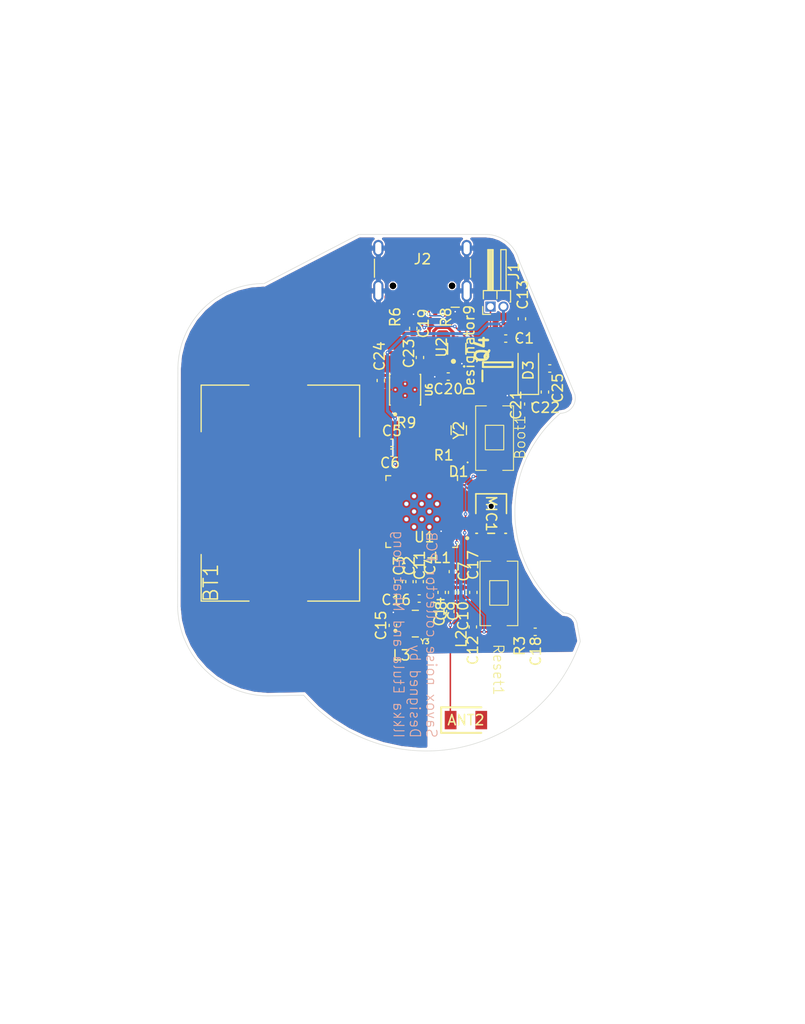
<source format=kicad_pcb>
(kicad_pcb (version 20240108) (generator "pcbnew") (generator_version "8.0")
  (layers (0 "F.Cu" signal) (1 "In1.Cu" signal) (2 "In2.Cu" signal) (31 "B.Cu" signal) (34 "B.Paste" user) (35 "F.Paste" user) (36 "B.SilkS" user "B.Silkscreen") (37 "F.SilkS" user "F.Silkscreen") (38 "B.Mask" user) (39 "F.Mask" user) (44 "Edge.Cuts" user))
  (net 0 "")
  (net 1 "/3V3")
  (net 2 "GND")
  (net 3 "Net-(U1-VDD_SPI)")
  (net 4 "/VDD3P3")
  (net 5 "/RESET")
  (net 6 "/ANT")
  (net 7 "Net-(C15-Pad1)")
  (net 8 "Net-(U1-XTAL_P)")
  (net 9 "Net-(U2-OUT)")
  (net 10 "Net-(D1-A)")
  (net 11 "Net-(D3-A)")
  (net 12 "Net-(J2-CC1)")
  (net 13 "/D+")
  (net 14 "/D-")
  (net 16 "Net-(J2-CC2)")
  (net 19 "/MCO")
  (net 20 "/VIB")
  (net 21 "/LED")
  (net 22 "Net-(U1-XTAL_N)")
  (net 27 "unconnected-(U2-Thermal_Pad-Pad5)")
  (net 28 "/IO0")
  (net 34 "Net-(ANT2-FEED)")
  (net 63 "/5V")
  (net 64 "Net-(U1-XTAL_32K_P)")
  (net 65 "Net-(U1-XTAL_32K_N)")
  (net 66 "Net-(U6-ILIM)")
  (net 67 "Net-(U6-IN1)")
  (footprint "Capacitor_SMD:C_0402_1005Metric" (layer "F.Cu") (at 162.825 109.725 90)
    (property "Reference" "C14")
    (property "Value" "0.62p")
  )
  (footprint "SamacSys_Parts:SON65P300X300X100-9N" (layer "F.Cu") (at 158.4 88.05 90)
    (property "Reference" "U6")
    (property "Value" "TPS2113ADRBR")
  )
  (footprint "Resistor_SMD:R_0201_0603Metric" (layer "F.Cu") (at 169.45 111.7)
    (property "Reference" "R3")
    (property "Value" "10k")
  )
  (footprint "LED_SMD:LED_0201_0603Metric" (layer "F.Cu") (at 163.655 95.15 180)
    (property "Reference" "D1")
    (property "Value" "LED")
  )
  (footprint "Capacitor_SMD:C_0402_1005Metric" (layer "F.Cu") (at 157.775 106.8 -90)
    (property "Reference" "C3")
    (property "Value" "100n")
  )
  (footprint "Capacitor_SMD:C_0402_1005Metric" (layer "F.Cu") (at 160.85 106.8 -90)
    (property "Reference" "C4")
    (property "Value" "1u")
  )
  (footprint "Capacitor_SMD:C_0402_1005Metric" (layer "F.Cu") (at 163 107.85 -90)
    (property "Reference" "C9")
    (property "Value" "1u")
  )
  (footprint "Capacitor_SMD:C_0402_1005Metric" (layer "F.Cu") (at 172.075 88.275 -90)
    (property "Reference" "C22")
    (property "Value" "10u")
  )
  (footprint "Capacitor_SMD:C_0402_1005Metric" (layer "F.Cu") (at 162.62 86.7625 180)
    (property "Reference" "C20")
    (property "Value" "10u")
  )
  (footprint "CC7V-T1A-32.768KHZ-9PF-20PPM-TA-QC:XTAL_CC7V-T1A-32.768KHZ-9PF-20PPM-TA-QC" (layer "F.Cu") (at 163.65 92 90)
    (property "Reference" "Y2")
    (property "Value" "CC7V-T1A-32.768KHZ-9PF-20PPM-TA-QC")
  )
  (footprint "Capacitor_SMD:C_0402_1005Metric" (layer "F.Cu") (at 163.075 105.82 -90)
    (property "Reference" "C7")
    (property "Value" "100n")
  )
  (footprint "Capacitor_SMD:C_0402_1005Metric" (layer "F.Cu") (at 159.85 84.9 90)
    (property "Reference" "C23")
    (property "Value" "100n")
  )
  (footprint "Connector_USB:USB_C_Receptacle_HCTL_HC-TYPE-C-16P-01A" (layer "F.Cu") (at 160.1 75.29 180)
    (property "Reference" "J2")
    (property "Value" "USB_C_Receptacle_USB2.0_16P")
  )
  (footprint "ESP32-S3:IC_ESP32-S3" (layer "F.Cu") (at 160.025 99.95 180)
    (property "Reference" "U1")
    (property "Value" "ESP32-S3")
  )
  (footprint "Inductor_SMD:L_0402_1005Metric" (layer "F.Cu") (at 162.825 112.385 90)
    (property "Reference" "L2")
    (property "Value" "6.8n")
  )
  (footprint "Capacitor_SMD:C_0402_1005Metric" (layer "F.Cu") (at 157.2 111.075 90)
    (property "Reference" "C15")
    (property "Value" "8p")
  )
  (footprint "OwnFootprints:OwnSwitch" (layer "F.Cu") (at 167.575 107.9 -90)
    (property "Reference" "Reset1")
    (property "Value" "SW_Push")
  )
  (footprint "Resistor_SMD:R_0201_0603Metric" (layer "F.Cu") (at 161.35 80.985 -90)
    (property "Reference" "R8")
    (property "Value" "5.1k")
  )
  (footprint "Capacitor_SMD:C_0402_1005Metric" (layer "F.Cu") (at 164 107.85 -90)
    (property "Reference" "C10")
    (property "Value" "10u")
  )
  (footprint "SamacSys_Parts:DQN0004A-MFG" (layer "F.Cu") (at 163.45 84.05 90)
    (property "Reference" "U2")
    (property "Value" "TPS7A0333PDQNR3")
  )
  (footprint "Connector_PinHeader_1.27mm:PinHeader_1x02_P1.27mm_Horizontal" (layer "F.Cu") (at 166.75 79.925 90)
    (property "Reference" "J1")
    (property "Value" "Conn_01x02_Pin")
  )
  (footprint "Capacitor_SMD:C_0402_1005Metric" (layer "F.Cu") (at 168.2425 83.05)
    (property "Reference" "C1")
    (property "Value" "100n")
  )
  (footprint "Diode_SMD:D_SOD-123" (layer "F.Cu") (at 170.45 86.15 90)
    (property "Reference" "D3")
    (property "Value" "1N4148W")
  )
  (footprint "Capacitor_SMD:C_0402_1005Metric" (layer "F.Cu") (at 170.45 89.45 -90)
    (property "Reference" "C21")
    (property "Value" "10u")
  )
  (footprint "Capacitor_SMD:C_0402_1005Metric" (layer "F.Cu") (at 159.825 106.8 -90)
    (property "Reference" "C11")
    (property "Value" "100n")
  )
  (footprint "SamacSys_Parts:ECS_ECS-120-10-36Q-DS-TR" (layer "F.Cu") (at 159.4 110.9)
    (property "Reference" "Y3")
    (property "Value" "Crystal_GND24")
  )
  (footprint "Capacitor_SMD:C_0402_1005Metric" (layer "F.Cu") (at 159.78 108.45 180)
    (property "Reference" "C16")
    (property "Value" "8p")
  )
  (footprint "Capacitor_SMD:C_0402_1005Metric" (layer "F.Cu") (at 165.075 107.85 -90)
    (property "Reference" "C17")
    (property "Value" "100n")
  )
  (footprint "SamacSys_Parts:RHLGA5_3P5X2P65X0P98_STM" (layer "F.Cu") (at 166.81654 100.149994 -90)
    (property "Reference" "MIC1")
    (property "Value" "IMP23ABSUTR")
  )
  (footprint "Capacitor_SMD:C_0402_1005Metric" (layer "F.Cu") (at 159.2 82.05 90)
    (property "Reference" "C19")
    (property "Value" "10u")
  )
  (footprint "Capacitor_SMD:C_0402_1005Metric" (layer "F.Cu") (at 161.98 107.85 -90)
    (property "Reference" "C8")
    (property "Value" "1u")
  )
  (footprint "Resistor_SMD:R_0201_0603Metric" (layer "F.Cu") (at 158.35 80.985 -90)
    (property "Reference" "R6")
    (property "Value" "5.1k")
  )
  (footprint "Resistor_SMD:R_0201_0603Metric" (layer "F.Cu") (at 162.145 95.15)
    (property "Reference" "R1")
    (property "Value" "1k")
  )
  (footprint "SamacSys_Parts:ANTC3216X140N" (layer "F.Cu") (at 164.35 120.325)
    (property "Reference" "ANT2")
    (property "Value" "RFANT3216120A5T")
  )
  (footprint "Resistor_SMD:R_0201_0603Metric" (layer "F.Cu") (at 159.05 90.4)
    (property "Reference" "R9")
    (property "Value" "1k")
  )
  (footprint "Capacitor_SMD:C_0402_1005Metric" (layer "F.Cu") (at 165.025 111.225 90)
    (property "Reference" "C12")
    (property "Value" "1u")
  )
  (footprint "Inductor_SMD:L_0402_1005Metric" (layer "F.Cu") (at 158.05 112.825 180)
    (property "Reference" "L3")
    (property "Value" "24n")
  )
  (footprint "Capacitor_SMD:C_0402_1005Metric" (layer "F.Cu") (at 157.1 93.23)
    (property "Reference" "C5")
    (property "Value" "1u")
  )
  (footprint "SamacSys_Parts:BAT_BAT-HLD-001" (layer "F.Cu") (at 146 98.15 90)
    (property "Reference" "BT1")
    (property "Value" "BAT-HLD-001")
  )
  (footprint "Capacitor_SMD:C_0402_1005Metric" (layer "F.Cu") (at 172.55 85.975)
    (property "Reference" "C25")
    (property "Value" "10u")
  )
  (footprint "Capacitor_SMD:C_0402_1005Metric" (layer "F.Cu") (at 169.825 81.125 90)
    (property "Reference" "C13")
    (property "Value" "10u")
  )
  (footprint "Capacitor_SMD:C_0402_1005Metric" (layer "F.Cu") (at 156.025 87.15 -90)
    (property "Reference" "C24")
    (property "Value" "100n")
  )
  (footprint "SamacSys_Parts:SOT95P230X110-3N" (layer "F.Cu") (at 167.4625 85.6 90)
    (property "Reference" "Q4")
    (property "Value" "2N7002NXAKR" (hide yes))
  )
  (footprint "Capacitor_SMD:C_0402_1005Metric" (layer "F.Cu") (at 158.825 106.8 -90)
    (property "Reference" "C2")
    (property "Value" "1u")
  )
  (footprint "Capacitor_SMD:C_0402_1005Metric" (layer "F.Cu") (at 157.1 94.2)
    (property "Reference" "C6")
    (property "Value" "100n")
  )
  (footprint "Capacitor_SMD:C_0402_1005Metric" (layer "F.Cu") (at 171.125 111.7 180)
    (property "Reference" "C18")
    (property "Value" "1u")
  )
  (footprint "OwnFootprints:OwnSwitch" (layer "F.Cu") (at 167.15 92.725 -90)
    (property "Reference" "Boot1")
    (property "Value" "SW_Push")
  )
  (footprint "Inductor_SMD:L_0402_1005Metric" (layer "F.Cu") (at 162.025 105.84 90)
    (property "Reference" "L1")
    (property "Value" "2n")
  )
  (gr_arc (start 136.17462 86.024189) (mid 138.667019 80.103005) (end 144.614718 77.67456) (stroke (width 0.05)) (layer "Edge.Cuts"))
  (gr_arc (start 144.950865 117.963773) (mid 138.790891 115.384014) (end 136.15 109.25) (stroke (width 0.05)) (layer "Edge.Cuts"))
  (gr_line (start 144.950865 117.963773) (end 148.481565 117.897924) (stroke (width 0.05)) (layer "Edge.Cuts"))
  (gr_line (start 153.875 72.875) (end 166.275 72.875) (stroke (width 0.05)) (layer "Edge.Cuts"))
  (gr_line (start 153.875 72.875) (end 144.614718 77.67456) (stroke (width 0.05)) (layer "Edge.Cuts"))
  (gr_arc (start 166.275 72.875) (mid 168.334316 73.576081) (end 169.538078 75.388055) (stroke (width 0.05)) (layer "Edge.Cuts"))
  (gr_line (start 174.997699 88.484905) (end 169.538078 75.388055) (stroke (width 0.05)) (layer "Edge.Cuts"))
  (gr_line (start 136.15 109.25) (end 136.174619 86.024189) (stroke (width 0.05)) (layer "Edge.Cuts"))
  (gr_arc (start 173.911355 109.855221) (mid 169.139584 100.176295) (end 173.600001 90.35) (stroke (width 0.05)) (layer "Edge.Cuts"))
  (gr_arc (start 174.997699 88.484905) (mid 174.755509 89.759672) (end 173.6 90.349999) (stroke (width 0.05)) (layer "Edge.Cuts"))
  (gr_line (start 175.261006 111.140874) (end 175.541771 112.636257) (stroke (width 0.05)) (layer "Edge.Cuts"))
  (gr_arc (start 175.541771 112.636257) (mid 163.524999 123.05) (end 148.481565 117.897924) (stroke (width 0.05)) (layer "Edge.Cuts"))
  (gr_arc (start 173.911355 109.855221) (mid 174.850411 110.220664) (end 175.261006 111.140874) (stroke (width 0.05)) (layer "Edge.Cuts"))
  (gr_text "Savox noise collector PCB\nDesigned by \nIlkka Etula and Nhat Hong" (at 157.175 122.15 270) (layer "B.SilkS") (effects (font (size 1 1) (thickness 0.1)) (justify left bottom mirror)))
  (segment (start 167.78125 79.95625) (end 167.75 79.925) (width 0.3) (layer "F.Cu") (net 1))
  (segment (start 172.07 87.8) (end 172.075 87.795) (width 0.3) (layer "F.Cu") (net 1))
  (segment (start 158.515 102.59) (end 162.015 102.59) (width 0.3) (layer "F.Cu") (net 1))
  (segment (start 157.705 97.23) (end 157.475 97.46) (width 0.3) (layer "F.Cu") (net 1))
  (segment (start 166.445 107.37) (end 169.775 110.7) (width 0.3) (layer "F.Cu") (net 1))
  (segment (start 162.025 107.325) (end 161.98 107.37) (width 0.3) (layer "F.Cu") (net 1))
  (segment (start 157.425 90.874994) (end 157.425 89.45) (width 0.3) (layer "F.Cu") (net 1))
  (segment (start 157.425 95.3) (end 157.825 95.7) (width 0.3) (layer "F.Cu") (net 1))
  (segment (start 157.825 97.11) (end 157.705 97.23) (width 0.15) (layer "F.Cu") (net 1))
  (segment (start 162.025 106.325) (end 162.025 107.325) (width 0.3) (layer "F.Cu") (net 1))
  (segment (start 172.075 87.795) (end 172.075 85.98) (width 0.3) (layer "F.Cu") (net 1))
  (segment (start 172.07 85.975) (end 172.07 83.07) (width 0.3) (layer "F.Cu") (net 1))
  (segment (start 172.07 83.07) (end 170.605 81.605) (width 0.3) (layer "F.Cu") (net 1))
  (segment (start 157.825 96.525) (end 157.825 95.7) (width 0.15) (layer "F.Cu") (net 1))
  (segment (start 169.825 81.605) (end 167.80125 81.605) (width 0.3) (layer "F.Cu") (net 1))
  (segment (start 164 107.37) (end 165.075 107.37) (width 0.3) (layer "F.Cu") (net 1))
  (segment (start 157.65 102.59) (end 158.515 102.59) (width 0.3) (layer "F.Cu") (net 1))
  (segment (start 162.02 106.32) (end 162.025 106.325) (width 0.3) (layer "F.Cu") (net 1))
  (segment (start 159.825 106.32) (end 160.85 106.32) (width 0.3) (layer "F.Cu") (net 1))
  (segment (start 162.015 102.59) (end 162.225 102.8) (width 0.3) (layer "F.Cu") (net 1))
  (segment (start 169.77 111.7) (end 170.645 111.7) (width 0.3) (layer "F.Cu") (net 1))
  (segment (start 170.605 81.605) (end 169.825 81.605) (width 0.3) (layer "F.Cu") (net 1))
  (segment (start 165.075 106.55) (end 165.075 107.37) (width 0.3) (layer "F.Cu") (net 1))
  (segment (start 167.80125 81.605) (end 167.78125 81.625) (width 0.3) (layer "F.Cu") (net 1))
  (segment (start 165.97904 105.64596) (end 165.97904 101.510594) (width 0.3) (layer "F.Cu") (net 1))
  (segment (start 167.7625 83.05) (end 167.7625 81.625) (width 0.3) (layer "F.Cu") (net 1))
  (segment (start 157.775 106.32) (end 158.825 106.32) (width 0.3) (layer "F.Cu") (net 1))
  (segment (start 162.625 103.375) (end 162.235 103.375) (width 0.2) (layer "F.Cu") (net 1))
  (segment (start 167.78125 81.625) (end 167.7625 81.625) (width 0.3) (layer "F.Cu") (net 1))
  (segment (start 157.475 102.415) (end 157.65 102.59) (width 0.3) (layer "F.Cu") (net 1))
  (segment (start 156.675 84.425) (end 157.22 84.425) (width 0.3) (layer "F.Cu") (net 1))
  (segment (start 162.20234 104.15) (end 162.225 104.15) (width 0.3) (layer "F.Cu") (net 1))
  (segment (start 161.98 107.37) (end 163 107.37) (width 0.3) (layer "F.Cu") (net 1))
  (segment (start 169.77 111.7) (end 169.77 110.705) (width 0.3) (layer "F.Cu") (net 1))
  (segment (start 160.85 105.50234) (end 162.20234 104.15) (width 0.3) (layer "F.Cu") (net 1))
  (segment (start 162.225 103.375) (end 162.225 104.15) (width 0.15) (layer "F.Cu") (net 1))
  (segment (start 158.075 85.28) (end 158.075 86.65) (width 0.3) (layer "F.Cu") (net 1))
  (segment (start 157.22 84.425) (end 158.075 85.28) (width 0.3) (layer "F.Cu") (net 1))
  (segment (start 158.625 103.375) (end 158.625 102.7) (width 0.15) (layer "F.Cu") (net 1))
  (segment (start 163 107.37) (end 164 107.37) (width 0.3) (layer "F.Cu") (net 1))
  (segment (start 162.225 103.375) (end 162.225 102.8) (width 0.15) (layer "F.Cu") (net 1))
  (segment (start 157.475 97.46) (end 157.475 102.415) (width 0.3) (layer "F.Cu") (net 1))
  (segment (start 157.825 96.525) (end 157.825 97.11) (width 0.15) (layer "F.Cu") (net 1))
  (segment (start 170.45 87.8) (end 170.45 88.97) (width 0.3) (layer "F.Cu") (net 1))
  (segment (start 160.85 106.32) (end 162.02 106.32) (width 0.3) (layer "F.Cu") (net 1))
  (segment (start 160.85 106.32) (end 160.85 105.50234) (width 0.3) (layer "F.Cu") (net 1))
  (segment (start 172.075 85.98) (end 172.07 85.975) (width 0.3) (layer "F.Cu") (net 1))
  (segment (start 169.77 110.705) (end 169.775 110.7) (width 0.3) (layer "F.Cu") (net 1))
  (segment (start 158.825 106.32) (end 159.825 106.32) (width 0.3) (layer "F.Cu") (net 1))
  (segment (start 170.45 87.8) (end 172.07 87.8) (width 0.3) (layer "F.Cu") (net 1))
  (segment (start 165.075 107.37) (end 166.445 107.37) (width 0.3) (layer "F.Cu") (net 1))
  (segment (start 165.075 106.55) (end 165.97904 105.64596) (width 0.3) (layer "F.Cu") (net 1))
  (via (at 156.675 84.425) (size 0.35) (drill 0.15) (layers "F.Cu" "B.Cu") (net 1))
  (via (at 167.78125 81.625) (size 0.35) (drill 0.15) (layers "F.Cu" "B.Cu") (net 1))
  (via (at 157.425 90.874994) (size 0.35) (drill 0.15) (layers "F.Cu" "B.Cu") (net 1))
  (via (at 157.425 95.3) (size 0.35) (drill 0.15) (layers "F.Cu" "B.Cu") (net 1))
  (segment (start 168.02 81.38625) (end 167.78125 81.625) (width 0.3) (layer "B.Cu") (net 1))
  (segment (start 156.675 90.124994) (end 156.675 84.425) (width 0.3) (layer "B.Cu") (net 1))
  (segment (start 168.02 79.925) (end 168.02 81.38625) (width 0.3) (layer "B.Cu") (net 1))
  (segment (start 166.5 81.625) (end 167.78125 81.625) (width 0.3) (layer "B.Cu") (net 1))
  (segment (start 156.675 84.425) (end 158.525 82.575) (width 0.3) (layer "B.Cu") (net 1))
  (segment (start 157.425 95.3) (end 157.425 90.874994) (width 0.3) (layer "B.Cu") (net 1))
  (segment (start 165.55 82.575) (end 166.5 81.625) (width 0.3) (layer "B.Cu") (net 1))
  (segment (start 157.425 90.874994) (end 156.675 90.124994) (width 0.3) (layer "B.Cu") (net 1))
  (segment (start 158.525 82.575) (end 165.55 82.575) (width 0.3) (layer "B.Cu") (net 1))
  (segment (start 163 108.33) (end 164 108.33) (width 0.3) (layer "F.Cu") (net 2))
  (segment (start 168.7225 83.05) (end 169.425 83.05) (width 0.3) (layer "F.Cu") (net 2))
  (segment (start 165 89.675) (end 165.75 88.925) (width 0.3) (layer "F.Cu") (net 2))
  (segment (start 168.4125 88.6875) (end 168.4125 88.6375) (width 0.3) (layer "F.Cu") (net 2))
  (segment (start 161.445 81.4) (end 162.15 81.4) (width 0.3) (layer "F.Cu") (net 2))
  (segment (start 158.935 81.305) (end 158.935 80.965) (width 0.3) (layer "F.Cu") (net 2))
  (segment (start 165 94.85) (end 165 89.675) (width 0.3) (layer "F.Cu") (net 2))
  (segment (start 163.106173 77.198) (end 163.599999 77.691826) (width 0.3) (layer "F.Cu") (net 2))
  (segment (start 159.375 86.65) (end 159.375 87.207107) (width 0.3) (layer "F.Cu") (net 2))
  (segment (start 168.175 88.925) (end 168.4125 88.6875) (width 0.3) (layer "F.Cu") (net 2))
  (segment (start 163.599999 78.735001) (end 163.3 79.035) (width 0.3) (layer "F.Cu") (net 2))
  (segment (start 158.935 80.965) (end 159.225 80.675) (width 0.3) (layer "F.Cu") (net 2))
  (segment (start 165.75 88.925) (end 167.15 88.925) (width 0.3) (layer "F.Cu") (net 2))
  (segment (start 158.157107 88.05) (end 158.4 88.05) (width 0.3) (layer "F.Cu") (net 2))
  (segment (start 157.25 110.25) (end 158.55 110.25) (width 0.3) (layer "F.Cu") (net 2))
  (segment (start 159.375 87.207107) (end 158.532107 88.05) (width 0.3) (layer "F.Cu") (net 2))
  (segment (start 158.9 88.832107) (end 158.9 88.417893) (width 0.3) (layer "F.Cu") (net 2))
  (segment (start 158.73 91.37) (end 158.73 90.4) (width 0.3) (layer "F.Cu") (net 2))
  (segment (start 163.3 79.035) (end 163.3 80.425) (width 0.3) (layer "F.Cu") (net 2))
  (segment (start 159.825 107.28) (end 160.85 107.28) (width 0.3) (layer "F.Cu") (net 2))
  (segment (start 161.305 108.33) (end 161.98 108.33) (width 0.3) (layer "F.Cu") (net 2))
  (segment (start 158.492002 107.28) (end 158.336001 107.436001) (width 0.3) (layer "F.Cu") (net 2))
  (segment (start 157.58 93.23) (end 157.58 92.52) (width 0.3) (layer "F.Cu") (net 2))
  (segment (start 158.725 90.395) (end 158.73 90.4) (width 0.3) (layer "F.Cu") (net 2))
  (segment (start 164 108.33) (end 165.075 108.33) (width 0.3) (layer "F.Cu") (net 2))
  (segment (start 158.935 81.305) (end 159.2 81.57) (width 0.3) (layer "F.Cu") (net 2))
  (segment (start 157.2 110.3) (end 157.25 110.25) (width 0.3) (layer "F.Cu") (net 2))
  (segment (start 157.657107 87.55) (end 158.157107 88.05) (width 0.3) (layer "F.Cu") (net 2))
  (segment (start 167.15 88.925) (end 168.175 88.925) (width 0.3) (layer "F.Cu") (net 2))
  (segment (start 159.3 108.45) (end 158.336001 107.486001) (width 0.3) (layer "F.Cu") (net 2))
  (segment (start 157.775 107.28) (end 158.825 107.28) (width 0.3) (layer "F.Cu") (net 2))
  (segment (start 160.85 107.28) (end 160.85 107.875) (width 0.3) (layer "F.Cu") (net 2))
  (segment (start 157.58 92.52) (end 158.73 91.37) (width 0.3) (layer "F.Cu") (net 2))
  (segment (start 164.7 95.15) (end 165 94.85) (width 0.3) (layer "F.Cu") (net 2))
  (segment (start 158.825 107.28) (end 159.825 107.28) (width 0.3) (layer "F.Cu") (net 2))
  (segment (start 168.4125 88.6125) (end 168.4125 86.7) (width 0.3) (layer "F.Cu") (net 2))
  (segment (start 157.58 94.2) (end 157.58 93.23) (width 0.3) (layer "F.Cu") (net 2))
  (segment (start 156.025 87.63) (end 156.105 87.55) (width 0.3) (layer "F.Cu") (net 2))
  (segment (start 156.6 78.168173) (end 156.635 78.133173) (width 0.3) (layer "F.Cu") (net 2))
  (segment (start 159.4875 86.7625) (end 159.375 86.65) (width 0.3) (layer "F.Cu") (net 2))
  (segment (start 158.725 89.007107) (end 158.9 88.832107) (width 0.3) (layer "F.Cu") (net 2))
  (segment (start 160.85 107.875) (end 161.305 108.33) (width 0.3) (layer "F.Cu") (net 2))
  (segment (start 156.9 79.035) (end 156.6 78.735) (width 0.3) (layer "F.Cu") (net 2))
  (segment (start 163.599999 77.691826) (end 163.599999 78.735001) (width 0.3) (layer "F.Cu") (net 2))
  (segment (start 156.635 77.656827) (end 157.093827 77.198) (width 0.3) (layer "F.Cu") (net 2))
  (segment (start 156.105 87.55) (end 157.657107 87.55) (width 0.3) (layer "F.Cu") (net 2))
  (segment (start 168.4125 88.6375) (end 168.4 88.625) (width 0.3) (layer "F.Cu") (net 2))
  (segment (start 157.2 110.595) (end 157.2 110.3) (width 0.3) (layer "F.Cu") (net 2))
  (segment (start 158.9 88.417893) (end 158.532107 88.05) (width 0.3) (layer "F.Cu") (net 2))
  (segment (start 156.635 78.133173) (end 156.635 77.656827) (width 0.3) (layer "F.Cu") (net 2))
  (segment (start 161.98 108.33) (end 163 108.33) (width 0.3) (layer "F.Cu") (net 2))
  (segment (start 156.6 78.735) (end 156.6 78.168173) (width 0.3) (layer "F.Cu") (net 2))
  (segment (start 161.35 81.305) (end 161.445 81.4) (width 0.3) (layer "F.Cu") (net 2))
  (segment (start 168.4 88.625) (end 168.4125 88.6125) (width 0.3) (layer "F.Cu") (net 2))
  (segment (start 158.336001 107.486001) (end 158.336001 107.436001) (width 0.3) (layer "F.Cu") (net 2))
  (segment (start 158.825 107.28) (end 158.492002 107.28) (width 0.3) (layer "F.Cu") (net 2))
  (segment (start 157.093827 77.198) (end 163.106173 77.198) (width 0.3) (layer "F.Cu") (net 2))
  (segment (start 158.075 89.45) (end 158.725 89.45) (width 0.3) (layer "F.Cu") (net 2))
  (segment (start 158.532107 88.05) (end 158.4 88.05) (width 0.3) (layer "F.Cu") (net 2))
  (segment (start 158.725 89.45) (end 158.725 90.395) (width 0.3) (layer "F.Cu") (net 2))
  (segment (start 163.975 95.15) (end 164.7 95.15) (width 0.3) (layer "F.Cu") (net 2))
  (segment (start 162.14 86.7625) (end 159.4875 86.7625) (width 0.3) (layer "F.Cu") (net 2))
  (segment (start 158.35 81.305) (end 158.935 81.305) (width 0.3) (layer "F.Cu") (net 2))
  (segment (start 158.725 89.45) (end 158.725 89.007107) (width 0.3) (layer "F.Cu") (net 2))
  (segment (start 157.25 110.25) (end 157.25 109.8) (width 0.3) (layer "F.Cu") (net 2))
  (via (at 162.15 81.4) (size 0.35) (drill 0.15) (layers "F.Cu" "B.Cu") (net 2))
  (via (at 168.4 88.625) (size 0.35) (drill 0.15) (layers "F.Cu" "B.Cu") (net 2))
  (via (at 159.225 80.675) (size 0.35) (drill 0.15) (layers "F.Cu" "B.Cu") (net 2))
  (via (at 157.25 109.8) (size 0.35) (drill 0.15) (layers "F.Cu" "B.Cu") (net 2))
  (via (at 163.3 80.425) (size 0.35) (drill 0.15) (layers "F.Cu" "B.Cu") (net 2))
  (via (at 169.425 83.05) (size 0.35) (drill 0.15) (layers "F.Cu" "B.Cu") (net 2))
  (via (at 161.3 86.7875) (size 0.35) (drill 0.15) (layers "F.Cu" "B.Cu") (net 2))
  (via (at 163.95 85.5) (size 0.35) (drill 0.15) (layers "F.Cu" "B.Cu") (net 2))
  (via (at 161.925 101.875) (size 0.35) (drill 0.15) (layers "F.Cu" "B.Cu") (net 2))
  (segment (start 156.62 94.2) (end 156.62 93.23) (width 0.15) (layer "F.Cu") (net 3))
  (segment (start 156.6 97.35) (end 156.6 94.22) (width 0.15) (layer "F.Cu") (net 3))
  (segment (start 156.6 94.22) (end 156.62 94.2) (width 0.15) (layer "F.Cu") (net 3))
  (segment (start 163.45 101.75) (end 163.45 102.15) (width 0.15) (layer "F.Cu") (net 4))
  (segment (start 163.075 105.34) (end 163.025 105.29) (width 0.15) (layer "F.Cu") (net 4))
  (segment (start 162.525 101.41) (end 162.865 101.75) (width 0.15) (layer "F.Cu") (net 4))
  (segment (start 162.865 101.75) (end 163.45 101.75) (width 0.15) (layer "F.Cu") (net 4))
  (segment (start 162.525 97.85) (end 162.525 101.41) (width 0.15) (layer "F.Cu") (net 4))
  (segment (start 163.06 105.355) (end 163.075 105.34) (width 0.15) (layer "F.Cu") (net 4))
  (segment (start 160.625 97.11) (end 161.14 97.625) (width 0.15) (layer "F.Cu") (net 4))
  (segment (start 162.025 105.355) (end 163.06 105.355) (width 0.15) (layer "F.Cu") (net 4))
  (segment (start 162.3 97.625) (end 162.525 97.85) (width 0.15) (layer "F.Cu") (net 4))
  (segment (start 162.85 101.765) (end 162.865 101.75) (width 0.15) (layer "F.Cu") (net 4))
  (segment (start 160.625 96.525) (end 160.625 97.11) (width 0.15) (layer "F.Cu") (net 4))
  (segment (start 163.025 105.29) (end 163.025 102.95) (width 0.15) (layer "F.Cu") (net 4))
  (segment (start 161.14 97.625) (end 162.3 97.625) (width 0.15) (layer "F.Cu") (net 4))
  (segment (start 162.85 102.775) (end 162.85 101.765) (width 0.15) (layer "F.Cu") (net 4))
  (segment (start 163.025 102.95) (end 162.85 102.775) (width 0.15) (layer "F.Cu") (net 4))
  (segment (start 167.575 111.7) (end 169.13 111.7) (width 0.15) (layer "F.Cu") (net 5))
  (segment (start 164.225 101.65) (end 164.225 102.025) (width 0.15) (layer "F.Cu") (net 5))
  (segment (start 163.45 101.35) (end 163.925 101.35) (width 0.15) (layer "F.Cu") (net 5))
  (segment (start 167.575 111.7) (end 166.125 111.7) (width 0.15) (layer "F.Cu") (net 5))
  (segment (start 165.03 111.7) (end 165.025 111.705) (width 0.15) (layer "F.Cu") (net 5))
  (segment (start 166.125 111.7) (end 165.03 111.7) (width 0.15) (layer "F.Cu") (net 5))
  (segment (start 163.925 101.35) (end 164.225 101.65) (width 0.15) (layer "F.Cu") (net 5))
  (via (at 164.225 102.025) (size 0.35) (drill 0.15) (layers "F.Cu" "B.Cu") (net 5))
  (via (at 166.125 111.7) (size 0.35) (drill 0.15) (layers "F.Cu" "B.Cu") (net 5))
  (segment (start 166.125 110.15) (end 166.125 111.7) (width 0.15) (layer "B.Cu") (net 5))
  (segment (start 164.225 102.025) (end 164.225 108.25) (width 0.15) (layer "B.Cu") (net 5))
  (segment (start 164.225 108.25) (end 166.125 110.15) (width 0.15) (layer "B.Cu") (net 5))
  (segment (start 162.825 111.05) (end 162.825 111.9) (width 0.1427) (layer "F.Cu") (net 6))
  (segment (start 162.825 111.05) (end 162.825 110.205) (width 0.1427) (layer "F.Cu") (net 6))
  (segment (start 163.45 102.55) (end 163.45 102.975) (width 0.1427) (layer "F.Cu") (net 6))
  (via (at 162.825 111.05) (size 0.35) (drill 0.15) (layers "F.Cu" "B.Cu") (net 6))
  (via (at 163.45 102.975) (size 0.35) (drill 0.15) (layers "F.Cu" "B.Cu") (net 6))
  (segment (start 163.45 102.975) (end 163.45 110.425) (width 0.1427) (layer "B.Cu") (net 6))
  (segment (start 163.45 110.425) (end 162.825 111.05) (width 0.1427) (layer "B.Cu") (net 6))
  (segment (start 157.2 111.555) (end 158.545 111.555) (width 0.15) (layer "F.Cu") (net 7))
  (segment (start 158.535 111.565) (end 158.55 111.55) (width 0.15) (layer "F.Cu") (net 7))
  (segment (start 158.535 112.825) (end 158.535 111.565) (width 0.15) (layer "F.Cu") (net 7))
  (segment (start 156.975 105.025) (end 156.975 108.175) (width 0.15) (layer "F.Cu") (net 8))
  (segment (start 160.25 109.35) (end 160.25 110.25) (width 0.15) (layer "F.Cu") (net 8))
  (segment (start 160.26 108.45) (end 160.26 108.94) (width 0.15) (layer "F.Cu") (net 8))
  (segment (start 160.05 109.15) (end 160.25 109.35) (width 0.15) (layer "F.Cu") (net 8))
  (segment (start 161.005026 104.725) (end 157.275 104.725) (width 0.15) (layer "F.Cu") (net 8))
  (segment (start 157.95 109.15) (end 160.05 109.15) (width 0.15) (layer "F.Cu") (net 8))
  (segment (start 160.26 108.94) (end 160.05 109.15) (width 0.15) (layer "F.Cu") (net 8))
  (segment (start 161.825 103.905026) (end 161.005026 104.725) (width 0.15) (layer "F.Cu") (net 8))
  (segment (start 161.825 103.375) (end 161.825 103.905026) (width 0.15) (layer "F.Cu") (net 8))
  (segment (start 160.275 108.465) (end 160.26 108.45) (width 0.15) (layer "F.Cu") (net 8))
  (segment (start 157.275 104.725) (end 156.975 105.025) (width 0.15) (layer "F.Cu") (net 8))
  (segment (start 156.975 108.175) (end 157.95 109.15) (width 0.15) (layer "F.Cu") (net 8))
  (segment (start 161.633154 86.2625) (end 162.645654 85.25) (width 0.3) (layer "F.Cu") (net 9))
  (segment (start 163.1 86.7625) (end 163.1 85.25) (width 0.3) (layer "F.Cu") (net 9))
  (segment (start 158.725 86.350001) (end 159.125001 85.95) (width 0.3) (layer "F.Cu") (net 9))
  (segment (start 158.725 86.65) (end 158.725 86.350001) (width 0.3) (layer "F.Cu") (net 9))
  (segment (start 159.125001 85.95) (end 159.85 85.95) (width 0.3) (layer "F.Cu") (net 9))
  (segment (start 163.120001 85.079999) (end 163.120001 84.555) (width 0.3) (layer "F.Cu") (net 9))
  (segment (start 163.1 85.25) (end 163.1 85.1) (width 0.3) (layer "F.Cu") (net 9))
  (segment (start 160.1625 86.2625) (end 161.633154 86.2625) (width 0.3) (layer "F.Cu") (net 9))
  (segment (start 159.85 85.95) (end 159.85 85.38) (width 0.3) (layer "F.Cu") (net 9))
  (segment (start 163.1 85.1) (end 163.120001 85.079999) (width 0.3) (layer "F.Cu") (net 9))
  (segment (start 159.85 85.95) (end 160.1625 86.2625) (width 0.3) (layer "F.Cu") (net 9))
  (segment (start 162.645654 85.25) (end 163.1 85.25) (width 0.3) (layer "F.Cu") (net 9))
  (segment (start 162.465 95.15) (end 163.335 95.15) (width 0.15) (layer "F.Cu") (net 10))
  (segment (start 166.75 84.25) (end 166.75 79.925) (width 0.15) (layer "F.Cu") (net 11))
  (segment (start 167 84.5) (end 166.75 84.25) (width 0.15) (layer "F.Cu") (net 11))
  (segment (start 167.4625 84.5) (end 167 84.5) (width 0.15) (layer "F.Cu") (net 11))
  (segment (start 170.45 84.5) (end 167.4625 84.5) (width 0.15) (layer "F.Cu") (net 11))
  (segment (start 161.35 80.665) (end 161.35 79.035) (width 0.15) (layer "F.Cu") (net 12))
  (segment (start 160.024999 80.01) (end 160.024999 81.724999) (width 0.15) (layer "F.Cu") (net 13))
  (segment (start 159.35 79.035) (end 159.35 79.684999) (width 0.15) (layer "F.Cu") (net 13))
  (segment (start 158.275 92.775) (end 164.75 86.3) (width 0.15) (layer "F.Cu") (net 13))
  (segment (start 164.75 83.357304) (end 163.258848 81.866152) (width 0.15) (layer "F.Cu") (net 13))
  (segment (start 158.225 95.90104) (end 158.275 95.85104) (width 0.15) (layer "F.Cu") (net 13))
  (segment (start 159.35 79.684999) (end 159.675001 80.01) (width 0.15) (layer "F.Cu") (net 13))
  (segment (start 158.275 95.85104) (end 158.275 92.775) (width 0.15) (layer "F.Cu") (net 13))
  (segment (start 160.35 79.684999) (end 160.024999 80.01) (width 0.15) (layer "F.Cu") (net 13))
  (segment (start 164.75 86.3) (end 164.75 83.357304) (width 0.15) (layer "F.Cu") (net 13))
  (segment (start 160.024999 81.724999) (end 160.275 81.975) (width 0.15) (layer "F.Cu") (net 13))
  (segment (start 158.225 96.525) (end 158.225 95.90104) (width 0.15) (layer "F.Cu") (net 13))
  (segment (start 159.675001 80.01) (end 160.024999 80.01) (width 0.15) (layer "F.Cu") (net 13))
  (segment (start 160.35 79.035) (end 160.35 79.684999) (width 0.15) (layer "F.Cu") (net 13))
  (via (at 160.275 81.975) (size 0.35) (drill 0.15) (layers "F.Cu" "B.Cu") (net 13))
  (via (at 163.258848 81.866152) (size 0.35) (drill 0.15) (layers "F.Cu" "B.Cu") (net 13))
  (segment (start 160.383848 81.866152) (end 163.258848 81.866152) (width 0.15) (layer "B.Cu") (net 13))
  (segment (start 160.275 81.975) (end 160.383848 81.866152) (width 0.15) (layer "B.Cu") (net 13))
  (segment (start 160.85 80.3) (end 160.85 79.035) (width 0.15) (layer "F.Cu") (net 14))
  (segment (start 159.85 79.035) (end 159.85 78.21) (width 0.15) (layer "F.Cu") (net 14))
  (segment (start 160.842 78.177) (end 160.85 78.185) (width 0.15) (layer "F.Cu") (net 14))
  (segment (start 160.85 78.185) (end 160.85 79.035) (width 0.15) (layer "F.Cu") (net 14))
  (segment (start 159.85 78.21) (end 159.883 78.177) (width 0.15) (layer "F.Cu") (net 14))
  (segment (start 158.625 93) (end 165.175 86.45) (width 0.15) (layer "F.Cu") (net 14))
  (segment (start 160.7 80.65) (end 160.7 80.45) (width 0.15) (layer "F.Cu") (net 14))
  (segment (start 165.175 83.145907) (end 162.854093 80.825) (width 0.15) (layer "F.Cu") (net 14))
  (segment (start 165.175 86.45) (end 165.175 83.145907) (width 0.15) (layer "F.Cu") (net 14))
  (segment (start 159.883 78.177) (end 160.842 78.177) (width 0.15) (layer "F.Cu") (net 14))
  (segment (start 162.854093 80.825) (end 162.1 80.825) (width 0.15) (layer "F.Cu") (net 14))
  (segment (start 160.7 80.45) (end 160.85 80.3) (width 0.15) (layer "F.Cu") (net 14))
  (segment (start 158.625 96.525) (end 158.625 93) (width 0.15) (layer "F.Cu") (net 14))
  (via (at 162.1 80.825) (size 0.35) (drill 0.15) (layers "F.Cu" "B.Cu") (net 14))
  (via (at 160.7 80.65) (size 0.35) (drill 0.15) (layers "F.Cu" "B.Cu") (net 14))
  (segment (start 162.1 80.825) (end 160.875 80.825) (width 0.15) (layer "B.Cu") (net 14))
  (segment (start 160.875 80.825) (end 160.7 80.65) (width 0.15) (layer "B.Cu") (net 14))
  (segment (start 158.35 79.035) (end 158.35 80.665) (width 0.15) (layer "F.Cu") (net 16))
  (segment (start 168.5 101.2) (end 168.189406 101.510594) (width 0.15) (layer "F.Cu") (net 19))
  (segment (start 164.175 97.35) (end 164.75 97.925) (width 0.15) (layer "F.Cu") (net 19))
  (segment (start 168.189406 101.510594) (end 167.65404 101.510594) (width 0.15) (layer "F.Cu") (net 19))
  (segment (start 163.45 97.35) (end 164.175 97.35) (width 0.15) (layer "F.Cu") (net 19))
  (segment (start 166.768365 97.925) (end 168.5 99.656635) (width 0.15) (layer "F.Cu") (net 19))
  (segment (start 168.5 99.656635) (end 168.5 101.2) (width 0.15) (layer "F.Cu") (net 19))
  (segment (start 164.75 97.925) (end 166.768365 97.925) (width 0.15) (layer "F.Cu") (net 19))
  (segment (start 159.425 96.525) (end 159.425 92.9) (width 0.15) (layer "F.Cu") (net 20))
  (segment (start 165.625 86.7) (end 166.5125 86.7) (width 0.15) (layer "F.Cu") (net 20))
  (segment (start 159.425 92.9) (end 165.625 86.7) (width 0.15) (layer "F.Cu") (net 20))
  (segment (start 161.825 96.525) (end 161.825 95.15) (width 0.15) (layer "F.Cu") (net 21))
  (segment (start 156.6 112.325) (end 157.1 112.825) (width 0.15) (layer "F.Cu") (net 22))
  (segment (start 157 104.375) (end 156.6 104.775) (width 0.15) (layer "F.Cu") (net 22))
  (segment (start 160.860052 104.375) (end 157 104.375) (width 0.15) (layer "F.Cu") (net 22))
  (segment (start 161.425 103.375) (end 161.425 103.810052) (width 0.15) (layer "F.Cu") (net 22))
  (segment (start 156.6 104.775) (end 156.6 112.325) (width 0.15) (layer "F.Cu") (net 22))
  (segment (start 157.1 112.825) (end 157.565 112.825) (width 0.15) (layer "F.Cu") (net 22))
  (segment (start 161.425 103.810052) (end 160.860052 104.375) (width 0.15) (layer "F.Cu") (net 22))
  (segment (start 163.45 84.05) (end 163.525 84.05) (width 0.15) (layer "F.Cu") (net 27))
  (segment (start 163.425 84.05) (end 163.45 84.05) (width 0.15) (layer "F.Cu") (net 27))
  (segment (start 165.075 96.525) (end 167.15 96.525) (width 0.15) (layer "F.Cu") (net 28))
  (segment (start 163.45 100.95) (end 164.035 100.95) (width 0.15) (layer "F.Cu") (net 28))
  (segment (start 164.035 100.95) (end 164.308417 100.676583) (width 0.15) (layer "F.Cu") (net 28))
  (segment (start 164.308417 100.676583) (end 164.308417 100.199153) (width 0.15) (layer "F.Cu") (net 28))
  (via (at 165.075 96.525) (size 0.35) (drill 0.15) (layers "F.Cu" "B.Cu") (net 28))
  (via (at 164.308417 100.199153) (size 0.35) (drill 0.15) (layers "F.Cu" "B.Cu") (net 28))
  (segment (start 164.308417 97.291583) (end 164.308417 100.199153) (width 0.15) (layer "B.Cu") (net 28))
  (segment (start 165.075 96.525) (end 164.308417 97.291583) (width 0.15) (layer "B.Cu") (net 28))
  (segment (start 162.825 112.87) (end 162.825 120.3) (width 0.15) (layer "F.Cu") (net 34))
  (segment (start 162.825 120.3) (end 162.85 120.325) (width 0.15) (layer "F.Cu") (net 34))
  (segment (start 162.5 78.218173) (end 162.106827 77.825) (width 0.3) (layer "F.Cu") (net 63))
  (segment (start 163.1 82.975) (end 163.55 82.975) (width 0.3) (layer "F.Cu") (net 63))
  (segment (start 163.1 82.449767) (end 162.612733 81.9625) (width 0.3) (layer "F.Cu") (net 63))
  (segment (start 158.105 82.53) (end 159.2 82.53) (width 0.3) (layer "F.Cu") (net 63))
  (segment (start 161.2 82.975) (end 160.3 82.975) (width 0.3) (layer "F.Cu") (net 63))
  (segment (start 161.2 82.312501) (end 161.2 82.975) (width 0.3) (layer "F.Cu") (net 63))
  (segment (start 163.1 82.975) (end 163.104453 82.979453) (width 0.3) (layer "F.Cu") (net 63))
  (segment (start 162.5 79.035) (end 162.5 78.218173) (width 0.3) (layer "F.Cu") (net 63))
  (segment (start 160.3 82.975) (end 159.855 82.53) (width 0.3) (layer "F.Cu") (net 63))
  (segment (start 157.7 78.218173) (end 157.7 79.035) (width 0.3) (layer "F.Cu") (net 63))
  (segment (start 163.1 82.975) (end 163.1 82.449767) (width 0.3) (layer "F.Cu") (net 63))
  (segment (start 159.855 82.53) (end 159.2 82.53) (width 0.3) (layer "F.Cu") (net 63))
  (segment (start 163.104453 82.979453) (end 163.104453 83.590735) (width 0.3) (layer "F.Cu") (net 63))
  (segment (start 157.7 82.125) (end 158.105 82.53) (width 0.3) (layer "F.Cu") (net 63))
  (segment (start 163.795547 83.220547) (end 163.795547 83.590735) (width 0.3) (layer "F.Cu") (net 63))
  (segment (start 162.612733 81.9625) (end 161.550001 81.9625) (width 0.3) (layer "F.Cu") (net 63))
  (segment (start 158.093173 77.825) (end 157.7 78.218173) (width 0.3) (layer "F.Cu") (net 63))
  (segment (start 161.550001 81.9625) (end 161.2 82.312501) (width 0.3) (layer "F.Cu") (net 63))
  (segment (start 157.7 79.035) (end 157.7 82.125) (width 0.3) (layer "F.Cu") (net 63))
  (segment (start 162.106827 77.825) (end 158.093173 77.825) (width 0.3) (layer "F.Cu") (net 63))
  (segment (start 163.55 82.975) (end 163.795547 83.220547) (width 0.3) (layer "F.Cu") (net 63))
  (segment (start 160.225 94.175) (end 161.15 93.25) (width 0.15) (layer "F.Cu") (net 64))
  (segment (start 160.225 96.525) (end 160.225 94.175) (width 0.15) (layer "F.Cu") (net 64))
  (segment (start 161.15 93.25) (end 163.65 93.25) (width 0.15) (layer "F.Cu") (net 64))
  (segment (start 159.825 96.525) (end 159.825 93.275) (width 0.15) (layer "F.Cu") (net 65))
  (segment (start 159.825 93.275) (end 162.35 90.75) (width 0.15) (layer "F.Cu") (net 65))
  (segment (start 162.35 90.75) (end 163.65 90.75) (width 0.15) (layer "F.Cu") (net 65))
  (segment (start 159.37 89.455) (end 159.375 89.45) (width 0.15) (layer "F.Cu") (net 66))
  (segment (start 159.38 89.455) (end 159.375 89.45) (width 0.15) (layer "F.Cu") (net 66))
  (segment (start 159.37 90.4) (end 159.37 89.455) (width 0.15) (layer "F.Cu") (net 66))
  (segment (start 155.995 86.7) (end 146 86.7) (width 0.3) (layer "F.Cu") (net 67))
  (segment (start 156.025 86.67) (end 155.995 86.7) (width 0.3) (layer "F.Cu") (net 67))
  (segment (start 156.045 86.65) (end 156.025 86.67) (width 0.3) (layer "F.Cu") (net 67))
  (segment (start 157.425 86.65) (end 156.045 86.65) (width 0.3) (layer "F.Cu") (net 67))
  (zone (net 2) (net_name "GND") (layers "F.Cu" "In1.Cu" "In2.Cu" "B.Cu") (connect_pads (clearance 0.13)) (min_thickness 0.25) (fill yes (thermal_gap 0.15) (thermal_bridge_width 0.5))
    (polygon (pts (xy 160.575 123.35) (xy 135.85 123.55) (xy 135.55 111.275) (xy 135.925 70.575) (xy 176.275 70.125) (xy 176.825 113.625) (xy 160.6 113.825)))
  )
)
</source>
